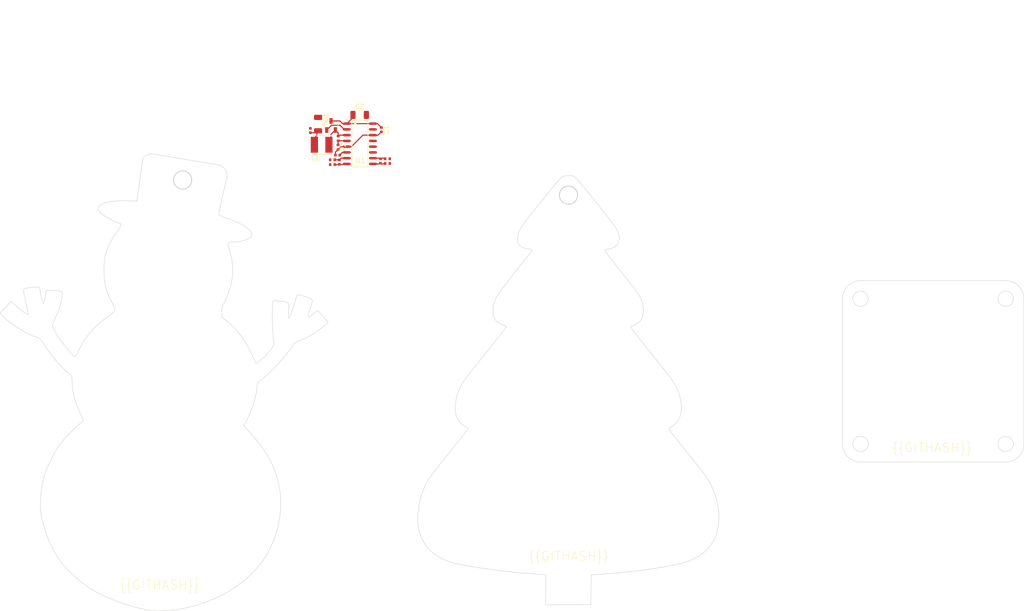
<source format=kicad_pcb>
(kicad_pcb (version 20221018) (generator pcbnew)
  (layers (0 "F.Cu" signal) (31 "B.Cu" signal) (34 "B.Paste" user) (35 "F.Paste" user) (36 "B.SilkS" user "B.Silkscreen") (37 "F.SilkS" user "F.Silkscreen") (38 "B.Mask" user) (39 "F.Mask" user) (44 "Edge.Cuts" user))
  (net 0 "")
  (net 1 "base")
  (net 2 "avdd")
  (net 3 "vcc")
  (net 4 "vfb")
  (net 5 "gnd")
  (net 6 "vbg")
  (net 7 "inna")
  (net 8 "inpa")
  (net 9 "rate")
  (net 10 "xo")
  (net 11 "dout")
  (net 12 "pd_sck")
  (net 13 "inpb")
  (net 14 "innb")
  (net 15 "n")
  (net 16 "p")
  (net 17 "n-1")
  (net 18 "p-1")
  (net 19 "vcc-1")
  (net 20 "gnd-1")
  (footprint "lib:C0402" (layer "F.Cu") (at 104.324839 44.703992 90)
    (fp_text reference "C4" hide)
    (fp_text value "Multilayer Ceramic Capacitors MLCC - SMD/SMT 100nF 10V 0402 RoHS")
  )
  (footprint "lib:R0402" (layer "F.Cu") (at 109.194505 52.211196)
    (fp_text reference "R3" hide)
    (fp_text value "Chip Resistor - Surface Mount 100Ohms ±5% 1/16W 0402 RoHS")
  )
  (footprint "lib:R0402" (layer "F.Cu") (at 109.191423 51.155328 180)
    (fp_text reference "R4" hide)
    (fp_text value "Chip Resistor - Surface Mount 100Ohms ±5% 1/16W 0402 RoHS")
  )
  (footprint "lib:R0402" (layer "F.Cu") (at 110.45411 46.449916 -90)
    (fp_text reference "R1" hide)
    (fp_text value "Chip Resistor - Surface Mount 20KOhms ±5% 1/16W 0402 RoHS")
  )
  (footprint "lib:C0402" (layer "F.Cu") (at 110.709695 51.682151 90)
    (fp_text reference "C5" hide)
    (fp_text value "Multilayer Ceramic Capacitors MLCC - SMD/SMT 100nF 10V 0402 RoHS")
  )
  (footprint "lib:C0402" (layer "F.Cu") (at 110.328878 50.114894 180)
    (fp_text reference "C7" hide)
    (fp_text value "Multilayer Ceramic Capacitors MLCC - SMD/SMT 100nF 10V 0402 RoHS")
  )
  (footprint "lib:R0402" (layer "F.Cu") (at 121.316279 51.972258)
    (fp_text reference "R6" hide)
    (fp_text value "Chip Resistor - Surface Mount 100Ohms ±5% 1/16W 0402 RoHS")
  )
  (footprint "lib:C0402" (layer "F.Cu") (at 119.781456 51.430067 -90)
    (fp_text reference "C6" hide)
    (fp_text value "Multilayer Ceramic Capacitors MLCC - SMD/SMT 100nF 10V 0402 RoHS")
  )
  (footprint "lib:SOT-23-3_L2.9-W1.3-P1.90-LS2.4-BR" (layer "F.Cu") (at 108.878057 43.594063 -90)
    (fp_text reference "Q1")
    (fp_text value "")
  )
  (footprint "lib:R0402" (layer "F.Cu") (at 121.313043 50.926506 180)
    (fp_text reference "R5" hide)
    (fp_text value "Chip Resistor - Surface Mount 100Ohms ±5% 1/16W 0402 RoHS")
  )
  (footprint "lib:ato-04ea3db2-4b2f-45a6-9113-aa1f8beaa754" (layer "F.Cu") (at 106.811753 47.84822 180)
    (fp_text reference "L1")
    (fp_text value "1.23A 3.3uH ±20% SMD  Power Inductors ROHS")
  )
  (footprint "lib:SOP-16_L10.0-W3.9-P1.27-LS6.0-BL" (layer "F.Cu") (at 115.24 47.63 -90)
    (fp_text reference "U1")
    (fp_text value "")
  )
  (footprint "lib:C1206" (layer "F.Cu") (at 115.193242 41.262747)
    (fp_text reference "C2")
    (fp_text value "Multilayer Ceramic Capacitors MLCC - SMD/SMT 10uF 16V 1206 RoHS")
  )
  (footprint "lib:C0402" (layer "F.Cu") (at 119.965942 44.521034 -90)
    (fp_text reference "C1")
    (fp_text value "Multilayer Ceramic Capacitors MLCC - SMD/SMT 100nF 10V 0402 RoHS")
  )
  (footprint "lib:C1206" (layer "F.Cu") (at 106.021376 43.29169 90)
    (fp_text reference "C3" hide)
    (fp_text value "Multilayer Ceramic Capacitors MLCC - SMD/SMT 10uF 16V 1206 RoHS")
  )
  (footprint "lib:R0402" (layer "F.Cu") (at 110.432545 48.375693 -90)
    (fp_text reference "R2")
    (fp_text value "Chip Resistor - Surface Mount 8.2KOhms ±5% 1/16W 0402 RoHS")
  )
  (gr_circle (center 225.62 81.79) (end 227.32 81.79) (stroke (width 0.1)) (fill none) (layer "Edge.Cuts"))
  (gr_circle (center 257.62 113.79) (end 259.32 113.79) (stroke (width 0.1)) (fill none) (layer "Edge.Cuts"))
  (gr_circle (center 257.62 81.79) (end 259.32 81.79) (stroke (width 0.1)) (fill none) (layer "Edge.Cuts"))
  (gr_poly (pts (xy 75.142222 50.797022) (xy 79.756606 51.568267) (xy 82.366969 51.99203) (xy 83.019066 52.095762) (xy 83.303876 52.146979) (xy 83.563537 52.198618) (xy 83.799806 52.251323) (xy 84.01444 52.305736) (xy 84.209196 52.362498) (xy 84.385831 52.422252) (xy 84.546102 52.485641) (xy 84.691766 52.553306) (xy 84.824581 52.62589) (xy 84.946303 52.704035) (xy 85.05869 52.788383) (xy 85.163499 52.879577) (xy 85.262486 52.978258) (xy 85.357409 53.08507) (xy 85.479286 53.234958) (xy 85.586233 53.378736) (xy 85.634185 53.44915) (xy 85.678498 53.519015) (xy 85.719202 53.588656) (xy 85.75633 53.658402) (xy 85.789911 53.728576) (xy 85.819976 53.799506) (xy 85.846558 53.871517) (xy 85.869686 53.944936) (xy 85.889392 54.020089) (xy 85.905707 54.097301) (xy 85.918662 54.176899) (xy 85.928287 54.259209) (xy 85.934615 54.344557) (xy 85.937675 54.433269) (xy 85.937499 54.525672) (xy 85.934119 54.62209) (xy 85.927564 54.722851) (xy 85.917866 54.82828) (xy 85.889166 55.054449) (xy 85.848266 55.303204) (xy 85.795414 55.577155) (xy 85.730859 55.878909) (xy 85.654849 56.211077) (xy 84.878546 59.55341) (xy 84.657875 60.550977) (xy 84.450892 61.532488) (xy 84.331406 62.116419) (xy 84.229648 62.629765) (xy 84.15639 63.017063) (xy 84.122409 63.222849) (xy 84.123062 63.236814) (xy 84.127967 63.251873) (xy 84.137065 63.268001) (xy 84.150302 63.285171) (xy 84.167619 63.303357) (xy 84.188962 63.322534) (xy 84.214273 63.342674) (xy 84.243497 63.363751) (xy 84.313454 63.408613) (xy 84.398381 63.456909) (xy 84.497828 63.50843) (xy 84.611342 63.562966) (xy 84.738473 63.620306) (xy 84.878767 63.680241) (xy 85.031775 63.742561) (xy 85.197043 63.807056) (xy 85.374121 63.873515) (xy 85.562558 63.94173) (xy 85.7619 64.011489) (xy 85.971698 64.082583) (xy 86.585981 64.296029) (xy 87.172975 64.516947) (xy 87.730729 64.744054) (xy 88.257293 64.976069) (xy 88.75072 65.211708) (xy 89.209058 65.449689) (xy 89.63036 65.68873) (xy 90.012676 65.927548) (xy 90.354056 66.16486) (xy 90.652552 66.399385) (xy 90.906214 66.629839) (xy 91.113092 66.85494) (xy 91.271238 67.073405) (xy 91.378702 67.283953) (xy 91.412819 67.385857) (xy 91.433535 67.485301) (xy 91.440605 67.582123) (xy 91.433787 67.676165) (xy 91.41712 67.753004) (xy 91.390362 67.829368) (xy 91.35383 67.905131) (xy 91.307839 67.980165) (xy 91.252707 68.054343) (xy 91.188749 68.12754) (xy 91.116281 68.199626) (xy 91.03562 68.270477) (xy 90.947082 68.339964) (xy 90.850984 68.407961) (xy 90.747641 68.47434) (xy 90.637371 68.538975) (xy 90.520488 68.601739) (xy 90.39731 68.662505) (xy 90.268153 68.721145) (xy 90.133332 68.777534) (xy 89.993165 68.831543) (xy 89.847967 68.883047) (xy 89.543745 68.978027) (xy 89.223197 69.06146) (xy 88.888852 69.132329) (xy 88.54324 69.189618) (xy 88.188892 69.232313) (xy 88.009232 69.24787) (xy 87.828337 69.259397) (xy 87.646523 69.266767) (xy 87.464106 69.269854) (xy 87.202959 69.272042) (xy 86.97453 69.277492) (xy 86.777472 69.288473) (xy 86.690288 69.296746) (xy 86.610443 69.307253) (xy 86.537768 69.320276) (xy 86.472096 69.3361) (xy 86.413258 69.355009) (xy 86.361087 69.377285) (xy 86.315414 69.403211) (xy 86.276071 69.433073) (xy 86.24289 69.467154) (xy 86.215703 69.505736) (xy 86.194342 69.549103) (xy 86.178638 69.59754) (xy 86.168424 69.65133) (xy 86.163532 69.710755) (xy 86.163793 69.776101) (xy 86.169039 69.847649) (xy 86.179102 69.925685) (xy 86.193814 70.010491) (xy 86.236514 70.20155) (xy 86.295792 70.423093) (xy 86.370304 70.677389) (xy 86.458705 70.966708) (xy 86.582128 71.384478) (xy 86.694998 71.803093) (xy 86.797211 72.221567) (xy 86.888665 72.638919) (xy 86.969257 73.054166) (xy 87.038885 73.466323) (xy 87.097447 73.874409) (xy 87.144838 74.277439) (xy 87.180958 74.674432) (xy 87.205702 75.064404) (xy 87.21897 75.446371) (xy 87.220657 75.819352) (xy 87.210662 76.182361) (xy 87.188881 76.534418) (xy 87.155212 76.874538) (xy 87.109553 77.201739) (xy 86.986123 77.871628) (xy 86.830027 78.558912) (xy 86.643845 79.255662) (xy 86.430157 79.953949) (xy 86.19154 80.645848) (xy 85.930575 81.323429) (xy 85.649841 81.978766) (xy 85.351916 82.60393) (xy 85.189192 82.938586) (xy 85.118752 83.093315) (xy 85.055229 83.240939) (xy 84.998352 83.382431) (xy 84.947849 83.518761) (xy 84.903447 83.650903) (xy 84.864875 83.779828) (xy 84.831859 83.906506) (xy 84.804129 84.031911) (xy 84.781412 84.157013) (xy 84.763435 84.282785) (xy 84.749927 84.410197) (xy 84.740615 84.540223) (xy 84.735228 84.673833) (xy 84.733493 84.811999) (xy 84.736223 85.129082) (xy 84.741369 85.261496) (xy 84.750575 85.379459) (xy 84.764997 85.485194) (xy 84.774524 85.534172) (xy 84.785789 85.580928) (xy 84.798934 85.625739) (xy 84.814106 85.668884) (xy 84.831447 85.710641) (xy 84.851104 85.751288) (xy 84.873219 85.791103) (xy 84.897937 85.830364) (xy 84.925403 85.869349) (xy 84.955761 85.908337) (xy 84.989155 85.947605) (xy 85.02573 85.987432) (xy 85.109 86.069873) (xy 85.206725 86.157886) (xy 85.320061 86.253696) (xy 85.598185 86.477602) (xy 86.096863 86.886277) (xy 86.577755 87.306529) (xy 87.04138 87.739064) (xy 87.488258 88.184586) (xy 87.918909 88.6438) (xy 88.333852 89.117412) (xy 88.733607 89.606125) (xy 89.118694 90.110646) (xy 89.489632 90.631678) (xy 89.846941 91.169927) (xy 90.19114 91.726098) (xy 90.52275 92.300895) (xy 90.84229 92.895024) (xy 91.150279 93.509189) (xy 91.447237 94.144095) (xy 91.733683 94.800448) (xy 91.84059 95.047283) (xy 91.945802 95.277558) (xy 92.046625 95.486234) (xy 92.140364 95.668271) (xy 92.224324 95.818627) (xy 92.295813 95.932265) (xy 92.326039 95.973739) (xy 92.352136 96.004143) (xy 92.373767 96.022848) (xy 92.382804 96.027616) (xy 92.390597 96.029223) (xy 92.399173 96.028006) (xy 92.410522 96.024397) (xy 92.441219 96.010237) (xy 92.482045 95.987221) (xy 92.53236 95.955824) (xy 92.591521 95.916524) (xy 92.658887 95.869798) (xy 92.815666 95.755976) (xy 92.997564 95.618173) (xy 93.199447 95.460204) (xy 93.416182 95.285885) (xy 93.642634 95.099032) (xy 93.891007 94.882848) (xy 94.141366 94.648628) (xy 94.390948 94.400061) (xy 94.636991 94.140836) (xy 94.87673 93.874641) (xy 95.107403 93.605164) (xy 95.326247 93.336095) (xy 95.530498 93.071122) (xy 95.717394 92.813933) (xy 95.884171 92.568218) (xy 96.028066 92.337665) (xy 96.146316 92.125962) (xy 96.236159 91.936798) (xy 96.294829 91.773863) (xy 96.311612 91.703383) (xy 96.319566 91.640844) (xy 96.318345 91.586706) (xy 96.307605 91.54143) (xy 96.264441 91.378418) (xy 96.221593 91.121805) (xy 96.138989 90.373142) (xy 96.064068 89.386161) (xy 96.001109 88.251583) (xy 95.954389 87.060129) (xy 95.928186 85.902519) (xy 95.926777 84.869474) (xy 95.95444 84.051714) (xy 96.07471 82.177477) (xy 97.36716 82.304781) (xy 98.13507 82.379263) (xy 98.441266 82.413109) (xy 98.700599 82.449744) (xy 98.916803 82.492956) (xy 99.009898 82.518212) (xy 99.09361 82.546534) (xy 99.168406 82.578395) (xy 99.234753 82.614268) (xy 99.293117 82.654627) (xy 99.343964 82.699946) (xy 99.387763 82.750698) (xy 99.424978 82.807357) (xy 99.456076 82.870396) (xy 99.481525 82.94029) (xy 99.501791 83.017511) (xy 99.51734 83.102533) (xy 99.536155 83.297877) (xy 99.541702 83.530109) (xy 99.537716 83.803018) (xy 99.51607 84.486025) (xy 99.501811 85.019341) (xy 99.495778 85.429631) (xy 99.49953 85.727933) (xy 99.505563 85.838537) (xy 99.514626 85.925284) (xy 99.526915 85.989553) (xy 99.542625 86.032723) (xy 99.551823 86.046828) (xy 99.56195 86.056175) (xy 99.573029 86.060938) (xy 99.585085 86.061289) (xy 99.612224 86.049443) (xy 99.643564 86.022019) (xy 99.679299 85.980395) (xy 99.719623 85.925951) (xy 99.770963 85.835961) (xy 99.83738 85.6921) (xy 100.00736 85.267042) (xy 100.213404 84.699332) (xy 100.439353 84.037526) (xy 100.669049 83.330178) (xy 100.886332 82.625845) (xy 101.075044 81.973082) (xy 101.219027 81.420443) (xy 101.232451 81.367288) (xy 101.246658 81.317349) (xy 101.261814 81.270604) (xy 101.278084 81.227032) (xy 101.295634 81.186611) (xy 101.314631 81.149321) (xy 101.33524 81.115138) (xy 101.357628 81.084043) (xy 101.381959 81.056013) (xy 101.4084 81.031027) (xy 101.437117 81.009064) (xy 101.468275 80.990102) (xy 101.502041 80.974119) (xy 101.538581 80.961095) (xy 101.578059 80.951007) (xy 101.620643 80.943835) (xy 101.666497 80.939556) (xy 101.715788 80.938149) (xy 101.768682 80.939594) (xy 101.825345 80.943867) (xy 101.885942 80.950949) (xy 101.950639 80.960817) (xy 102.019603 80.97345) (xy 102.092998 80.988826) (xy 102.170992 81.006924) (xy 102.253749 81.027723) (xy 102.434219 81.077337) (xy 102.635734 81.137495) (xy 102.859622 81.208025) (xy 103.581471 81.438726) (xy 103.868146 81.535185) (xy 104.108644 81.625316) (xy 104.212356 81.669476) (xy 104.305459 81.713816) (xy 104.388264 81.758923) (xy 104.461082 81.805384) (xy 104.524226 81.853787) (xy 104.578006 81.904719) (xy 104.622735 81.958768) (xy 104.658725 82.01652) (xy 104.686285 82.078563) (xy 104.705729 82.145484) (xy 104.717368 82.217871) (xy 104.721513 82.296311) (xy 104.718476 82.381392) (xy 104.708568 82.4737) (xy 104.692102 82.573823) (xy 104.669388 82.682348) (xy 104.606464 82.926954) (xy 104.522289 83.212218) (xy 104.300158 83.92351) (xy 104.076968 84.658354) (xy 103.993442 84.95378) (xy 103.929762 85.203046) (xy 103.886777 85.407528) (xy 103.865337 85.568604) (xy 103.862962 85.633296) (xy 103.866292 85.687652) (xy 103.875434 85.731846) (xy 103.890492 85.766049) (xy 103.911574 85.790433) (xy 103.938786 85.805172) (xy 103.972234 85.810436) (xy 104.012025 85.806398) (xy 104.058263 85.79323) (xy 104.111056 85.771105) (xy 104.236732 85.700671) (xy 104.3899 85.596472) (xy 104.571411 85.459887) (xy 105.02286 85.095065) (xy 105.918216 84.355181) (xy 106.388476 84.86751) (xy 106.496975 84.987739) (xy 106.625318 85.133369) (xy 106.92254 85.478508) (xy 107.242155 85.858286) (xy 107.546176 86.22806) (xy 108.2336 87.076296) (xy 106.72333 88.254687) (xy 106.031007 88.783192) (xy 105.392025 89.245391) (xy 105.089314 89.453516) (xy 104.796071 89.647331) (xy 104.511007 89.827593) (xy 104.232833 89.995056) (xy 103.960259 90.150478) (xy 103.691998 90.294613) (xy 103.426759 90.428217) (xy 103.163254 90.552046) (xy 102.900193 90.666855) (xy 102.636288 90.773401) (xy 102.370249 90.872439) (xy 102.100787 90.964724) (xy 101.955978 91.013649) (xy 101.818902 91.062832) (xy 101.689432 91.112348) (xy 101.567439 91.162273) (xy 101.452795 91.212683) (xy 101.345371 91.263651) (xy 101.245039 91.315254) (xy 101.151671 91.367567) (xy 101.065138 91.420665) (xy 100.985313 91.474624) (xy 100.912065 91.529517) (xy 100.845269 91.585421) (xy 100.784794 91.642412) (xy 100.730512 91.700563) (xy 100.682296 91.759951) (xy 100.640017 91.82065) (xy 100.313962 92.312951) (xy 99.958065 92.82026) (xy 99.575318 93.339289) (xy 99.168711 93.866747) (xy 98.741234 94.399346) (xy 98.295878 94.933795) (xy 97.835635 95.466804) (xy 97.363494 95.995083) (xy 96.882446 96.515343) (xy 96.395482 97.024295) (xy 95.905593 97.518647) (xy 95.415769 97.995111) (xy 94.929002 98.450396) (xy 94.44828 98.881213) (xy 93.976596 99.284272) (xy 93.51694 99.656283) (xy 93.364132 99.777198) (xy 93.228349 99.887118) (xy 93.108601 99.987555) (xy 93.003899 100.080022) (xy 92.913256 100.166032) (xy 92.835682 100.247098) (xy 92.770188 100.324733) (xy 92.741662 100.362737) (xy 92.715786 100.40045) (xy 92.692435 100.438062) (xy 92.671487 100.475762) (xy 92.652817 100.513738) (xy 92.636302 100.552181) (xy 92.621819 100.591279) (xy 92.609244 100.631221) (xy 92.589322 100.714395) (xy 92.575548 100.803215) (xy 92.566934 100.899195) (xy 92.56249 101.003847) (xy 92.561229 101.118685) (xy 92.548214 101.459191) (xy 92.510172 101.840399) (xy 92.448603 102.257479) (xy 92.365007 102.705605) (xy 92.260885 103.179948) (xy 92.137739 103.675679) (xy 91.997068 104.187971) (xy 91.840373 104.711996) (xy 91.669155 105.242926) (xy 91.484915 105.775933) (xy 91.289154 106.306188) (xy 91.083372 106.828864) (xy 90.86907 107.339132) (xy 90.647749 107.832164) (xy 90.420909 108.303133) (xy 90.190051 108.74721) (xy 89.658061 109.729433) (xy 90.799319 111.025652) (xy 91.552256 111.894452) (xy 92.247519 112.726345) (xy 92.887901 113.52649) (xy 93.476195 114.300047) (xy 94.015193 115.052178) (xy 94.507688 115.788042) (xy 94.956473 116.5128) (xy 95.364341 117.231612) (xy 95.734083 117.949638) (xy 96.068493 118.672038) (xy 96.370364 119.403974) (xy 96.642488 120.150605) (xy 96.887657 120.917091) (xy 97.108665 121.708593) (xy 97.308304 122.530271) (xy 97.489367 123.387286) (xy 97.659586 124.435519) (xy 97.764545 125.512723) (xy 97.805707 126.613102) (xy 97.784533 127.73086) (xy 97.702485 128.860202) (xy 97.561026 129.995332) (xy 97.361618 131.130454) (xy 97.105722 132.259774) (xy 96.794801 133.377494) (xy 96.430316 134.47782) (xy 96.01373 135.554956) (xy 95.546505 136.603107) (xy 95.030102 137.616476) (xy 94.465984 138.589268) (xy 93.855613 139.515689) (xy 93.20045 140.389941) (xy 92.386005 141.350273) (xy 91.510226 142.273552) (xy 90.576227 143.158109) (xy 89.587122 144.002278) (xy 88.546024 144.80439) (xy 87.456048 145.562779) (xy 86.320308 146.275777) (xy 85.141916 146.941716) (xy 83.923988 147.558929) (xy 82.669636 148.125749) (xy 81.381976 148.640508) (xy 80.06412 149.101539) (xy 78.719182 149.507174) (xy 77.350277 149.855747) (xy 75.960518 150.145589) (xy 74.553019 150.375033) (xy 73.862872 150.459306) (xy 73.131633 150.525975) (xy 72.383923 150.574372) (xy 71.644361 150.603827) (xy 70.93757 150.613671) (xy 70.288169 150.603235) (xy 69.720779 150.57185) (xy 69.475532 150.548093) (xy 69.26002 150.518847) (xy 69.260051 150.518832) (xy 67.831835 150.262486) (xy 66.416949 149.953785) (xy 65.016193 149.592984) (xy 63.630368 149.180338) (xy 62.260274 148.716103) (xy 60.90671 148.200532) (xy 59.570477 147.633881) (xy 58.252375 147.016405) (xy 57.283074 146.528505) (xy 56.847829 146.298277) (xy 56.438641 146.072324) (xy 56.050351 145.846994) (xy 55.6778 145.618633) (xy 55.315827 145.383588) (xy 54.959273 145.138205) (xy 54.602979 144.87883) (xy 54.241783 144.601811) (xy 53.870528 144.303492) (xy 53.484054 143.980222) (xy 52.644807 143.244211) (xy 51.682765 142.36455) (xy 51.097036 141.804159) (xy 50.54538 141.238954) (xy 50.025658 140.665073) (xy 49.535731 140.078649) (xy 49.07346 139.475819) (xy 48.636705 138.852719) (xy 48.223328 138.205483) (xy 47.831189 137.530249) (xy 47.458149 136.823151) (xy 47.10207 136.080325) (xy 46.760812 135.297907) (xy 46.432236 134.472032) (xy 46.114202 133.598836) (xy 45.804573 132.674455) (xy 45.501208 131.695024) (xy 45.201968 130.656679) (xy 45.078569 130.147371) (xy 44.978794 129.594224) (xy 44.90231 129.00242) (xy 44.848785 128.377144) (xy 44.817886 127.723579) (xy 44.809281 127.046907) (xy 44.822637 126.352311) (xy 44.857621 125.644974) (xy 44.913901 124.93008) (xy 44.991145 124.212811) (xy 45.089019 123.498351) (xy 45.207191 122.791883) (xy 45.345328 122.098589) (xy 45.503099 121.423652) (xy 45.68017 120.772256) (xy 45.876208 120.149584) (xy 46.005143 119.787909) (xy 46.154924 119.401263) (xy 46.508073 118.570286) (xy 46.917749 117.69111) (xy 47.366047 116.79819) (xy 47.83506 115.92598) (xy 48.306883 115.108937) (xy 48.76361 114.381515) (xy 48.980717 114.062179) (xy 49.187335 113.77817) (xy 49.387433 113.519297) (xy 49.599256 113.255538) (xy 50.056372 112.715109) (xy 50.555279 112.160374) (xy 51.092575 111.594824) (xy 51.664855 111.021952) (xy 52.268718 110.445248) (xy 52.900758 109.868205) (xy 53.557574 109.294314) (xy 54.329783 108.634142) (xy 53.616031 107.110232) (xy 53.390001 106.6154) (xy 53.179365 106.128819) (xy 52.984012 105.650049) (xy 52.803829 105.178652) (xy 52.638704 104.71419) (xy 52.488525 104.256224) (xy 52.353181 103.804315) (xy 52.232559 103.358025) (xy 52.126547 102.916915) (xy 52.035034 102.480548) (xy 51.957906 102.048484) (xy 51.895053 101.620284) (xy 51.846363 101.195511) (xy 51.811722 100.773726) (xy 51.79102 100.35449) (xy 51.784144 99.937365) (xy 51.780657 99.620612) (xy 51.776007 99.482669) (xy 51.769161 99.357285) (xy 51.759927 99.243666) (xy 51.748111 99.141014) (xy 51.733519 99.048534) (xy 51.715958 98.96543) (xy 51.695233 98.890904) (xy 51.671153 98.824161) (xy 51.643523 98.764406) (xy 51.612149 98.71084) (xy 51.576839 98.662669) (xy 51.537399 98.619096) (xy 51.493635 98.579325) (xy 51.445353 98.542559) (xy 51.149902 98.324092) (xy 50.839064 98.073347) (xy 50.514896 97.792628) (xy 50.179453 97.484238) (xy 49.834791 97.150482) (xy 49.482966 96.793665) (xy 49.126033 96.41609) (xy 48.766047 96.020062) (xy 48.405065 95.607885) (xy 48.045142 95.181864) (xy 47.688333 94.744302) (xy 47.336694 94.297504) (xy 46.992281 93.843774) (xy 46.657149 93.385417) (xy 46.333354 92.924737) (xy 46.022952 92.464037) (xy 45.611719 91.844971) (xy 45.279782 91.362091) (xy 45.137757 91.165551) (xy 45.008606 90.995655) (xy 44.89001 90.849933) (xy 44.779654 90.725918) (xy 44.675221 90.621143) (xy 44.574392 90.533138) (xy 44.474852 90.459437) (xy 44.374284 90.397571) (xy 44.27037 90.345073) (xy 44.160793 90.299474) (xy 44.043237 90.258307) (xy 43.915385 90.219103) (xy 43.593888 90.117525) (xy 43.255864 89.996009) (xy 42.903268 89.855657) (xy 42.538058 89.697573) (xy 42.162189 89.522858) (xy 41.777618 89.332616) (xy 41.386301 89.127951) (xy 40.990194 88.909964) (xy 40.591254 88.679759) (xy 40.191438 88.438438) (xy 39.792701 88.187105) (xy 39.396999 87.926862) (xy 39.00629 87.658812) (xy 38.622529 87.384058) (xy 38.247673 87.103703) (xy 37.883677 86.81885) (xy 37.49456 86.502783) (xy 37.131548 86.199554) (xy 36.802586 85.916398) (xy 36.515619 85.660548) (xy 36.278593 85.439239) (xy 36.099452 85.259705) (xy 36.034071 85.187865) (xy 35.986141 85.129182) (xy 35.956654 85.08456) (xy 35.946605 85.054903) (xy 35.948192 85.042433) (xy 35.952903 85.026953) (xy 35.971384 84.987332) (xy 36.001425 84.936776) (xy 36.042403 84.876021) (xy 36.093695 84.805804) (xy 36.154681 84.726859) (xy 36.224736 84.639924) (xy 36.303239 84.545735) (xy 36.389567 84.445026) (xy 36.483097 84.338536) (xy 36.689276 84.11115) (xy 36.916796 83.869466) (xy 37.037003 83.745102) (xy 37.160678 83.619372) (xy 38.374759 82.395922) (xy 39.365809 83.301684) (xy 39.814301 83.698656) (xy 40.266196 84.075272) (xy 40.704205 84.419302) (xy 41.111041 84.718514) (xy 41.469414 84.960676) (xy 41.625024 85.056541) (xy 41.762035 85.133557) (xy 41.878286 85.190195) (xy 41.971615 85.224926) (xy 42.039863 85.236222) (xy 42.063905 85.232603) (xy 42.080867 85.222552) (xy 42.085566 85.215268) (xy 42.089233 85.203934) (xy 42.093537 85.169549) (xy 42.093921 85.120268) (xy 42.090523 85.056964) (xy 42.083485 84.98051) (xy 42.072948 84.891778) (xy 42.059051 84.79164) (xy 42.041937 84.68097) (xy 41.998614 84.43152) (xy 41.944105 84.150408) (xy 41.879534 83.844615) (xy 41.806025 83.52112) (xy 41.578977 82.541169) (xy 41.399614 81.732306) (xy 41.265507 81.079136) (xy 41.174225 80.56626) (xy 41.123338 80.17828) (xy 41.112283 80.026315) (xy 41.110416 79.899799) (xy 41.117432 79.796809) (xy 41.133029 79.71542) (xy 41.156901 79.653706) (xy 41.188746 79.609743) (xy 41.213078 79.592846) (xy 41.252556 79.575085) (xy 41.372962 79.537437) (xy 41.541984 79.497733) (xy 41.751641 79.456905) (xy 42.26094 79.37561) (xy 42.837013 79.301016) (xy 43.416018 79.240586) (xy 43.934111 79.201782) (xy 44.150364 79.192822) (xy 44.327447 79.192067) (xy 44.45738 79.20045) (xy 44.532183 79.218905) (xy 44.538527 79.223215) (xy 44.545097 79.229471) (xy 44.551878 79.23762) (xy 44.558855 79.247608) (xy 44.573336 79.272888) (xy 44.588416 79.304879) (xy 44.603974 79.343154) (xy 44.619887 79.387282) (xy 44.636031 79.436835) (xy 44.652284 79.491383) (xy 44.668525 79.550496) (xy 44.684629 79.613746) (xy 44.700475 79.680703) (xy 44.715939 79.750937) (xy 44.7309 79.82402) (xy 44.745234 79.899521) (xy 44.75882 79.977012) (xy 44.771533 80.056063) (xy 44.946351 81.130774) (xy 45.025944 81.564983) (xy 45.101061 81.931234) (xy 45.172253 82.230134) (xy 45.24007 82.462288) (xy 45.305063 82.628302) (xy 45.336673 82.686696) (xy 45.367783 82.728781) (xy 45.398463 82.754634) (xy 45.428781 82.764331) (xy 45.458807 82.757947) (xy 45.488608 82.735557) (xy 45.518254 82.697238) (xy 45.547814 82.643066) (xy 45.606951 82.487462) (xy 45.666568 82.269351) (xy 45.727218 81.98934) (xy 45.78945 81.648032) (xy 45.853816 81.246035) (xy 46.055377 79.918581) (xy 47.417926 79.96628) (xy 48.109143 79.993687) (xy 48.392021 80.009194) (xy 48.636741 80.027435) (xy 48.846051 80.049559) (xy 49.022696 80.076715) (xy 49.169424 80.110051) (xy 49.288982 80.150717) (xy 49.339431 80.174158) (xy 49.384117 80.199861) (xy 49.423385 80.227972) (xy 49.457577 80.258632) (xy 49.487036 80.291987) (xy 49.512107 80.32818) (xy 49.533132 80.367353) (xy 49.550455 80.409652) (xy 49.575367 80.504197) (xy 49.589592 80.612965) (xy 49.595876 80.737105) (xy 49.596965 80.877764) (xy 49.590289 81.099803) (xy 49.571905 81.336737) (xy 49.542029 81.587807) (xy 49.500879 81.852253) (xy 49.448672 82.129318) (xy 49.385623 82.418243) (xy 49.311951 82.718269) (xy 49.227873 83.028637) (xy 49.133604 83.34859) (xy 49.029362 83.677367) (xy 48.915364 84.014212) (xy 48.791827 84.358364) (xy 48.658967 84.709065) (xy 48.517002 85.065558) (xy 48.366148 85.427082) (xy 48.206622 85.792879) (xy 47.949769 86.374791) (xy 47.755997 86.832451) (xy 47.68104 87.021721) (xy 47.619784 87.188367) (xy 47.571537 87.335205) (xy 47.535609 87.465048) (xy 47.511311 87.580709) (xy 47.497952 87.685002) (xy 47.494842 87.78074) (xy 47.501291 87.870737) (xy 47.516609 87.957807) (xy 47.540106 88.044763) (xy 47.571091 88.134418) (xy 47.608874 88.229586) (xy 47.761079 88.551834) (xy 47.975096 88.939463) (xy 48.241913 89.380584) (xy 48.55252 89.863307) (xy 49.269066 90.905997) (xy 50.052651 91.972411) (xy 50.831193 92.967426) (xy 51.196047 93.408433) (xy 51.532609 93.795921) (xy 51.831869 94.117998) (xy 52.084818 94.362774) (xy 52.282443 94.518359) (xy 52.357694 94.558989) (xy 52.415736 94.572863) (xy 52.426811 94.571375) (xy 52.439084 94.56696) (xy 52.452509 94.559691) (xy 52.467041 94.549641) (xy 52.482633 94.536883) (xy 52.499239 94.521489) (xy 52.516813 94.503532) (xy 52.535309 94.483086) (xy 52.574881 94.435018) (xy 52.617586 94.377866) (xy 52.663055 94.312214) (xy 52.710918 94.238646) (xy 52.760808 94.157745) (xy 52.812354 94.070093) (xy 52.865187 93.976276) (xy 52.918939 93.876875) (xy 52.97324 93.772474) (xy 53.02772 93.663657) (xy 53.082012 93.551007) (xy 53.135745 93.435107) (xy 53.405424 92.869327) (xy 53.69623 92.311615) (xy 54.007442 91.76282) (xy 54.338342 91.223792) (xy 54.688208 90.695381) (xy 55.05632 90.178436) (xy 55.441958 89.673808) (xy 55.844402 89.182347) (xy 56.262932 88.704901) (xy 56.696828 88.242322) (xy 57.145369 87.795459) (xy 57.607836 87.365163) (xy 58.083508 86.952281) (xy 58.571665 86.557666) (xy 59.071586 86.182166) (xy 59.582553 85.826632) (xy 59.914962 85.598282) (xy 60.214172 85.3804) (xy 60.477869 85.17504) (xy 60.595674 85.077698) (xy 60.703732 84.984257) (xy 60.801753 84.894974) (xy 60.889447 84.810106) (xy 60.966524 84.72991) (xy 61.032694 84.654642) (xy 61.087669 84.584559) (xy 61.131158 84.519919) (xy 61.162872 84.460977) (xy 61.182521 84.407992) (xy 61.189444 84.378526) (xy 61.194656 84.347449) (xy 61.198136 84.314702) (xy 61.199864 84.280227) (xy 61.197977 84.205863) (xy 61.188829 84.123892) (xy 61.172254 84.033852) (xy 61.148084 83.935279) (xy 61.116154 83.82771) (xy 61.076297 83.71068) (xy 61.028345 83.583727) (xy 60.972134 83.446388) (xy 60.907495 83.298197) (xy 60.834263 83.138693) (xy 60.75227 82.967412) (xy 60.661351 82.783889) (xy 60.561339 82.587662) (xy 60.452067 82.378268) (xy 60.237971 81.961359) (xy 60.041673 81.555601) (xy 59.862568 81.158484) (xy 59.700049 80.767498) (xy 59.553508 80.380135) (xy 59.422339 79.993885) (xy 59.305935 79.60624) (xy 59.203689 79.21469) (xy 59.114995 78.816725) (xy 59.039245 78.409838) (xy 58.975833 77.991518) (xy 58.924151 77.559256) (xy 58.883594 77.110544) (xy 58.853553 76.642872) (xy 58.833423 76.153731) (xy 58.822596 75.640612) (xy 58.82378 75.019765) (xy 58.843433 74.425285) (xy 58.882591 73.854032) (xy 58.942291 73.302869) (xy 59.023569 72.768658) (xy 59.127459 72.248262) (xy 59.255 71.738542) (xy 59.407225 71.236361) (xy 59.585172 70.73858) (xy 59.789877 70.242062) (xy 60.022374 69.743669) (xy 60.283701 69.240263) (xy 60.574893 68.728705) (xy 60.896986 68.205859) (xy 61.251015 67.668586) (xy 61.638018 67.113749) (xy 61.84244 66.825076) (xy 62.020375 66.566593) (xy 62.17201 66.336298) (xy 62.29753 66.132187) (xy 62.397121 65.95226) (xy 62.470968 65.794512) (xy 62.498296 65.72333) (xy 62.519258 65.656942) (xy 62.533877 65.595098) (xy 62.542176 65.537547) (xy 62.544179 65.484039) (xy 62.539908 65.434323) (xy 62.529387 65.388151) (xy 62.512639 65.34527) (xy 62.489688 65.305431) (xy 62.460556 65.268384) (xy 62.425267 65.233878) (xy 62.383844 65.201662) (xy 62.33631 65.171487) (xy 62.282689 65.143103) (xy 62.157276 65.090703) (xy 62.007792 65.042459) (xy 61.834422 64.996371) (xy 61.657986 64.943069) (xy 61.445562 64.862593) (xy 61.203024 64.758325) (xy 60.93625 64.633653) (xy 60.353499 64.336631) (xy 59.744319 63.998608) (xy 59.155721 63.646664) (xy 58.634716 63.307879) (xy 58.414252 63.151884) (xy 58.228316 63.009334) (xy 58.082783 62.883614) (xy 57.983531 62.778109) (xy 57.869943 62.622242) (xy 57.777351 62.470362) (xy 57.705558 62.322559) (xy 57.654369 62.178917) (xy 57.623588 62.039526) (xy 57.613018 61.904471) (xy 57.622463 61.773839) (xy 57.651728 61.647718) (xy 57.700616 61.526195) (xy 57.768931 61.409356) (xy 57.856477 61.297289) (xy 57.963058 61.190081) (xy 58.088479 61.087819) (xy 58.232542 60.99059) (xy 58.395052 60.89848) (xy 58.575812 60.811578) (xy 58.774627 60.72997) (xy 58.991301 60.653743) (xy 59.225638 60.582984) (xy 59.477441 60.51778) (xy 59.746514 60.458218) (xy 60.032661 60.404385) (xy 60.335687 60.356369) (xy 60.655395 60.314256) (xy 60.991589 60.278134) (xy 61.344073 60.248089) (xy 61.712651 60.224208) (xy 62.097127 60.20658) (xy 62.497305 60.195289) (xy 62.912988 60.190424) (xy 63.343981 60.192072) (xy 63.790088 60.20032) (xy 66.056857 60.258219) (xy 66.273486 58.80189) (xy 66.542465 56.891029) (xy 66.884944 54.341891) (xy 67.190183 52.053843) (xy 67.248082 51.679802) (xy 67.303557 51.37005) (xy 67.359078 51.117137) (xy 67.417116 50.913616) (xy 67.48014 50.752035) (xy 67.55062 50.624945) (xy 67.631027 50.524898) (xy 67.72383 50.444442) (xy 67.831501 50.37613) (xy 67.956508 50.312512) (xy 68.268412 50.169558) (xy 69.100734 49.778315)) (stroke (width 0.1)) (fill none) (layer "Edge.Cuts"))
  (gr_arc (start 261.62 113.79) (mid 260.448427 116.618427) (end 257.62 117.79) (stroke (width 0.1)) (layer "Edge.Cuts"))
  (gr_arc (start 225.62 117.79) (mid 222.791573 116.618427) (end 221.62 113.79) (stroke (width 0.1)) (layer "Edge.Cuts"))
  (gr_line (start 261.62 113.79) (end 261.62 81.79) (stroke (width 0.1)) (layer "Edge.Cuts"))
  (gr_circle (center 161.229974 58.946031) (end 163.229974 58.946031) (stroke (width 0.2)) (fill none) (layer "Edge.Cuts"))
  (gr_line (start 221.62 81.79) (end 221.62 113.79) (stroke (width 0.1)) (layer "Edge.Cuts"))
  (gr_arc (start 257.62 77.79) (mid 260.448427 78.961573) (end 261.62 81.79) (stroke (width 0.1)) (layer "Edge.Cuts"))
  (gr_poly (pts (xy 161.429183 54.643361) (xy 161.588699 54.648976) (xy 161.743405 54.660128) (xy 161.8913 54.67685) (xy 162.030385 54.699174) (xy 162.158659 54.727132) (xy 162.274122 54.760758) (xy 162.374774 54.800082) (xy 162.418214 54.822065) (xy 162.465501 54.850416) (xy 162.517128 54.885713) (xy 162.573587 54.928531) (xy 162.702967 55.039035) (xy 162.857578 55.186538) (xy 163.041357 55.37565) (xy 163.258241 55.610981) (xy 163.512165 55.897139) (xy 163.807067 56.238735) (xy 164.146884 56.640378) (xy 164.53555 57.106678) (xy 164.977005 57.642244) (xy 165.475183 58.251687) (xy 166.657456 59.710639) (xy 168.113864 61.520411) (xy 169.490282 63.25197) (xy 170.562092 64.650979) (xy 170.993296 65.243203) (xy 171.359779 65.7732) (xy 171.665351 66.247941) (xy 171.913823 66.674396) (xy 172.109006 67.059535) (xy 172.254708 67.41033) (xy 172.354741 67.733749) (xy 172.412915 68.036764) (xy 172.433041 68.326344) (xy 172.418927 68.609461) (xy 172.374385 68.893084) (xy 172.303226 69.184183) (xy 172.274597 69.278158) (xy 172.242 69.369887) (xy 172.205507 69.459324) (xy 172.165188 69.546423) (xy 172.121114 69.631137) (xy 172.073357 69.713419) (xy 172.021987 69.793223) (xy 171.967076 69.870502) (xy 171.908694 69.945208) (xy 171.846914 70.017296) (xy 171.781806 70.08672) (xy 171.71344 70.153431) (xy 171.641889 70.217383) (xy 171.567223 70.278531) (xy 171.489513 70.336826) (xy 171.408831 70.392223) (xy 171.325247 70.444674) (xy 171.238833 70.494134) (xy 171.14966 70.540554) (xy 171.057799 70.58389) (xy 170.96332 70.624093) (xy 170.866295 70.661118) (xy 170.766796 70.694917) (xy 170.664893 70.725444) (xy 170.560657 70.752652) (xy 170.45416 70.776495) (xy 170.345472 70.796926) (xy 170.234664 70.813898) (xy 170.121809 70.827364) (xy 170.006976 70.837278) (xy 169.890237 70.843593) (xy 169.771663 70.846262) (xy 169.726607 70.847177) (xy 169.681188 70.849133) (xy 169.590479 70.855957) (xy 169.501974 70.8663) (xy 169.418107 70.879728) (xy 169.378675 70.887463) (xy 169.341315 70.895806) (xy 169.306334 70.904703) (xy 169.274034 70.9141) (xy 169.244721 70.923942) (xy 169.218699 70.934176) (xy 169.196272 70.944746) (xy 169.177745 70.955599) (xy 169.171643 70.965792) (xy 169.172154 70.983757) (xy 169.17922 71.009417) (xy 169.192785 71.042693) (xy 169.239181 71.131786) (xy 169.310885 71.250417) (xy 169.407439 71.397965) (xy 169.528385 71.573811) (xy 169.673265 71.777334) (xy 169.841623 72.007915) (xy 170.246938 72.547768) (xy 170.740668 73.18841) (xy 171.319154 73.924882) (xy 171.978732 74.752222) (xy 174.641332 78.093405) (xy 175.537111 79.246786) (xy 176.200008 80.134787) (xy 176.673118 80.816979) (xy 176.99954 81.352933) (xy 177.222371 81.802218) (xy 177.384708 82.224406) (xy 177.462833 82.472098) (xy 177.531331 82.72855) (xy 177.59016 82.991701) (xy 177.639284 83.259489) (xy 177.678662 83.529854) (xy 177.708257 83.800735) (xy 177.728028 84.070071) (xy 177.737937 84.335802) (xy 177.737946 84.595867) (xy 177.728014 84.848205) (xy 177.708104 85.090755) (xy 177.678176 85.321456) (xy 177.638191 85.538248) (xy 177.588111 85.739069) (xy 177.527896 85.92186) (xy 177.457507 86.084559) (xy 177.391656 86.207668) (xy 177.318059 86.327563) (xy 177.236853 86.444134) (xy 177.148173 86.557272) (xy 177.052156 86.666869) (xy 176.948938 86.772814) (xy 176.838657 86.874999) (xy 176.721448 86.973315) (xy 176.597448 87.067652) (xy 176.466794 87.157903) (xy 176.32962 87.243956) (xy 176.186065 87.325705) (xy 176.036265 87.403039) (xy 175.880355 87.475849) (xy 175.718473 87.544027) (xy 175.550754 87.607462) (xy 175.482045 87.632835) (xy 175.415483 87.658969) (xy 175.351405 87.685667) (xy 175.290146 87.712731) (xy 175.23204 87.739963) (xy 175.177423 87.767164) (xy 175.126631 87.794136) (xy 175.079997 87.820681) (xy 175.037859 87.846601) (xy 175.00055 87.871698) (xy 174.968407 87.895773) (xy 174.941764 87.918629) (xy 174.920956 87.940066) (xy 174.90632 87.959888) (xy 174.898189 87.977896) (xy 174.896668 87.986157) (xy 174.8969 87.993891) (xy 174.922027 88.037315) (xy 174.991394 88.135797) (xy 175.25375 88.486297) (xy 176.209258 89.720013) (xy 177.617844 91.508896) (xy 179.333926 93.666804) (xy 181.092323 95.879526) (xy 182.616098 97.817656) (xy 183.742073 99.272256) (xy 184.307071 100.034388) (xy 184.515284 100.360502) (xy 184.7117 100.694247) (xy 184.896111 101.034954) (xy 185.068309 101.381957) (xy 185.228084 101.734588) (xy 185.375229 102.092181) (xy 185.509535 102.454068) (xy 185.630794 102.819582) (xy 185.738797 103.188056) (xy 185.833335 103.558822) (xy 185.914201 103.931214) (xy 185.981186 104.304563) (xy 186.034081 104.678204) (xy 186.072678 105.051468) (xy 186.096768 105.423689) (xy 186.106143 105.794199) (xy 186.105091 106.172735) (xy 186.095928 106.491761) (xy 186.087599 106.633067) (xy 186.076394 106.764426) (xy 186.062032 106.887483) (xy 186.044229 107.003882) (xy 186.022703 107.115265) (xy 185.997171 107.223277) (xy 185.967351 107.329562) (xy 185.932961 107.435763) (xy 185.893716 107.543524) (xy 185.849336 107.654488) (xy 185.744037 107.892603) (xy 185.654537 108.079442) (xy 185.563285 108.257402) (xy 185.469989 108.426825) (xy 185.374358 108.588053) (xy 185.276102 108.741425) (xy 185.174928 108.887283) (xy 185.070547 109.025968) (xy 184.962667 109.15782) (xy 184.850997 109.283181) (xy 184.735246 109.402392) (xy 184.615122 109.515794) (xy 184.490336 109.623727) (xy 184.360596 109.726532) (xy 184.22561 109.824551) (xy 184.085088 109.918125) (xy 183.938739 110.007593) (xy 183.810996 110.084401) (xy 183.691836 110.159793) (xy 183.583867 110.231854) (xy 183.489696 110.298666) (xy 183.41193 110.358313) (xy 183.380014 110.384851) (xy 183.353176 110.408878) (xy 183.331744 110.430155) (xy 183.316042 110.448443) (xy 183.306397 110.463502) (xy 183.303947 110.469746) (xy 183.303134 110.475092) (xy 183.318272 110.503511) (xy 183.362609 110.567965) (xy 183.532916 110.797359) (xy 183.802115 111.148045) (xy 184.158269 111.604794) (xy 185.08369 112.775559) (xy 186.213672 114.187815) (xy 189.362188 118.120691) (xy 190.402126 119.447898) (xy 191.169656 120.462983) (xy 191.727633 121.251467) (xy 192.13891 121.898876) (xy 192.466342 122.490732) (xy 192.772785 123.112559) (xy 193.051147 123.726705) (xy 193.303988 124.346147) (xy 193.531154 124.969731) (xy 193.732492 125.596305) (xy 193.907848 126.224716) (xy 194.05707 126.853811) (xy 194.180003 127.482437) (xy 194.276494 128.109442) (xy 194.346391 128.733673) (xy 194.389538 129.353977) (xy 194.405784 129.969202) (xy 194.394974 130.578194) (xy 194.356955 131.1798) (xy 194.291575 131.772869) (xy 194.198678 132.356247) (xy 194.078113 132.928782) (xy 193.929544 133.476781) (xy 193.74781 134.009233) (xy 193.533455 134.525547) (xy 193.287022 135.025131) (xy 193.009057 135.507395) (xy 192.700103 135.971748) (xy 192.360704 136.4176) (xy 191.991405 136.844359) (xy 191.592749 137.251434) (xy 191.165282 137.638235) (xy 190.709547 138.004171) (xy 190.226087 138.348651) (xy 189.715449 138.671084) (xy 189.178175 138.970879) (xy 188.61481 139.247446) (xy 188.025897 139.500193) (xy 187.387382 139.730873) (xy 186.62691 139.962173) (xy 185.752713 140.192844) (xy 184.773022 140.421641) (xy 182.530085 140.868622) (xy 179.96395 141.293139) (xy 177.140466 141.685214) (xy 174.125485 142.034872) (xy 170.984858 142.332135) (xy 167.784435 142.567026) (xy 166.231372 142.664027) (xy 166.19247 145.936793) (xy 166.153667 149.209559) (xy 161.14812 149.247553) (xy 156.142551 149.285548) (xy 156.211231 145.955256) (xy 156.23825 144.264273) (xy 156.238691 143.682086) (xy 156.22939 143.24944) (xy 156.209575 142.946836) (xy 156.195482 142.838207) (xy 156.178471 142.754778) (xy 156.158445 142.69411) (xy 156.135307 142.653767) (xy 156.108961 142.631312) (xy 156.079311 142.624308) (xy 155.214992 142.57575) (xy 153.588337 142.458798) (xy 151.746032 142.31468) (xy 150.23476 142.184626) (xy 147.951424 141.950142) (xy 145.645248 141.676286) (xy 143.382545 141.373503) (xy 141.229626 141.052239) (xy 139.252805 140.722941) (xy 137.518395 140.396054) (xy 136.092708 140.082025) (xy 135.042056 139.7913) (xy 134.381421 139.556594) (xy 133.752014 139.295735) (xy 133.153989 139.00888) (xy 132.587501 138.696185) (xy 132.052705 138.357807) (xy 131.549756 137.993902) (xy 131.078809 137.604627) (xy 130.64002 137.190138) (xy 130.233542 136.750592) (xy 129.859531 136.286146) (xy 129.518141 135.796955) (xy 129.209529 135.283176) (xy 128.933847 134.744967) (xy 128.691252 134.182482) (xy 128.481899 133.59588) (xy 128.305942 132.985316) (xy 128.169056 132.349397) (xy 128.072975 131.677754) (xy 128.016707 130.975694) (xy 127.999256 130.248525) (xy 128.019631 129.501555) (xy 128.076838 128.740093) (xy 128.169883 127.969445) (xy 128.297773 127.19492) (xy 128.459515 126.421826) (xy 128.654115 125.65547) (xy 128.880581 124.901161) (xy 129.137918 124.164206) (xy 129.425134 123.449914) (xy 129.741235 122.763591) (xy 130.085228 122.110547) (xy 130.456119 121.496088) (xy 130.678839 121.176405) (xy 131.044408 120.681658) (xy 131.533542 120.036727) (xy 132.126955 119.266491) (xy 133.549488 117.449628) (xy 135.157733 115.430109) (xy 139.156955 110.449519) (xy 138.361812 109.926661) (xy 138.191303 109.808793) (xy 138.024907 109.682349) (xy 137.863136 109.547997) (xy 137.706502 109.406407) (xy 137.555518 109.258246) (xy 137.410696 109.104183) (xy 137.27255 108.944887) (xy 137.141591 108.781027) (xy 137.018333 108.613271) (xy 136.903287 108.442289) (xy 136.796967 108.268748) (xy 136.699885 108.093317) (xy 136.612554 107.916666) (xy 136.535485 107.739462) (xy 136.469192 107.562375) (xy 136.414188 107.386072) (xy 136.393025 107.303561) (xy 136.373683 107.213821) (xy 136.356172 107.117074) (xy 136.340506 107.013541) (xy 136.326696 106.903442) (xy 136.314755 106.786999) (xy 136.296527 106.535963) (xy 136.28592 106.262201) (xy 136.28303 105.96748) (xy 136.287955 105.653567) (xy 136.300792 105.32223) (xy 136.322244 104.998512) (xy 136.354436 104.675622) (xy 136.397314 104.353731) (xy 136.450821 104.033012) (xy 136.514903 103.713637) (xy 136.589505 103.395777) (xy 136.67457 103.079605) (xy 136.770045 102.765293) (xy 136.875873 102.453014) (xy 136.991999 102.142939) (xy 137.118369 101.83524) (xy 137.254926 101.53009) (xy 137.401615 101.227661) (xy 137.558383 100.928125) (xy 137.725172 100.631653) (xy 137.901927 100.338419) (xy 138.126212 100.011097) (xy 138.51292 99.483877) (xy 139.040899 98.784161) (xy 139.688993 97.939352) (xy 141.260913 95.92407) (xy 143.059451 93.657252) (xy 146.236175 89.672407) (xy 147.202546 88.449633) (xy 147.557468 87.987986) (xy 147.556054 87.984938) (xy 147.551858 87.980582) (xy 147.535398 87.968089) (xy 147.508643 87.9508) (xy 147.472146 87.929003) (xy 147.372145 87.873051) (xy 147.239832 87.802557) (xy 147.079641 87.719846) (xy 146.896006 87.62724) (xy 146.693363 87.527063) (xy 146.476146 87.421641) (xy 146.164445 87.267635) (xy 146.029652 87.197126) (xy 145.907363 87.129704) (xy 145.796428 87.064435) (xy 145.695696 87.000386) (xy 145.604016 86.936623) (xy 145.520238 86.872216) (xy 145.443212 86.806229) (xy 145.371787 86.737731) (xy 145.304812 86.665788) (xy 145.241137 86.589467) (xy 145.179611 86.507836) (xy 145.119084 86.419962) (xy 145.058406 86.324911) (xy 144.996425 86.221751) (xy 144.936178 86.116882) (xy 144.882127 86.017884) (xy 144.833953 85.923336) (xy 144.791331 85.831816) (xy 144.753942 85.741904) (xy 144.721463 85.652177) (xy 144.693573 85.561215) (xy 144.669949 85.467596) (xy 144.65027 85.3699) (xy 144.634215 85.266704) (xy 144.621462 85.156587) (xy 144.611688 85.038128) (xy 144.604572 84.909906) (xy 144.599793 84.7705) (xy 144.597029 84.618488) (xy 144.595958 84.452448) (xy 144.599628 84.195279) (xy 144.611925 83.944089) (xy 144.633095 83.698112) (xy 144.663381 83.456583) (xy 144.703029 83.218738) (xy 144.752282 82.983811) (xy 144.811387 82.751037) (xy 144.880586 82.519652) (xy 144.960125 82.28889) (xy 145.050249 82.057986) (xy 145.151202 81.826176) (xy 145.26323 81.592694) (xy 145.386575 81.356776) (xy 145.521483 81.117655) (xy 145.6682 80.874568) (xy 145.826969 80.626749) (xy 146.032392 80.333611) (xy 146.358724 79.892071) (xy 147.30702 78.650511) (xy 148.537667 77.075522) (xy 149.916477 75.340556) (xy 151.237226 73.678901) (xy 152.309769 72.303534) (xy 153.024068 71.357417) (xy 153.212489 71.090004) (xy 153.258499 71.015527) (xy 153.270084 70.983515) (xy 153.265966 70.978423) (xy 153.259854 70.973183) (xy 153.251803 70.967809) (xy 153.241867 70.96231) (xy 153.216558 70.950987) (xy 153.184364 70.939307) (xy 153.14572 70.927361) (xy 153.101062 70.915241) (xy 153.050827 70.903038) (xy 152.995449 70.890845) (xy 152.935366 70.878753) (xy 152.871013 70.866854) (xy 152.802825 70.855239) (xy 152.73124 70.844002) (xy 152.656692 70.833232) (xy 152.579618 70.823023) (xy 152.500454 70.813465) (xy 152.419635 70.804652) (xy 152.231149 70.781807) (xy 152.048915 70.752885) (xy 151.873161 70.717993) (xy 151.704112 70.677241) (xy 151.541996 70.63074) (xy 151.387039 70.578598) (xy 151.239467 70.520925) (xy 151.099507 70.457831) (xy 150.967385 70.389425) (xy 150.843329 70.315816) (xy 150.727564 70.237115) (xy 150.620318 70.153431) (xy 150.521817 70.064872) (xy 150.432287 69.97155) (xy 150.351955 69.873574) (xy 150.281047 69.771052) (xy 150.239903 69.703254) (xy 150.203083 69.636552) (xy 150.170436 69.569895) (xy 150.141808 69.502228) (xy 150.117043 69.432499) (xy 150.095989 69.359654) (xy 150.078492 69.282642) (xy 150.064398 69.200408) (xy 150.053553 69.111901) (xy 150.045804 69.016066) (xy 150.040997 68.911851) (xy 150.038978 68.798203) (xy 150.039593 68.674069) (xy 150.042688 68.538396) (xy 150.04811 68.39013) (xy 150.055705 68.22822) (xy 150.072415 67.962758) (xy 150.098332 67.715002) (xy 150.116664 67.59479) (xy 150.139604 67.475438) (xy 150.16792 67.355755) (xy 150.202381 67.234552) (xy 150.243756 67.110641) (xy 150.292814 66.982832) (xy 150.350322 66.849936) (xy 150.41705 66.710763) (xy 150.493766 66.564125) (xy 150.58124 66.408832) (xy 150.680239 66.243695) (xy 150.791532 66.067525) (xy 150.915888 65.879133) (xy 151.054076 65.677329) (xy 151.375022 65.228731) (xy 151.760519 64.712216) (xy 152.216716 64.11827) (xy 152.749763 63.437382) (xy 153.365808 62.660036) (xy 154.871494 60.777918) (xy 157.351611 57.70227) (xy 158.182147 56.694478) (xy 158.801918 55.969401) (xy 159.257611 55.474061) (xy 159.595914 55.15548) (xy 159.735634 55.045918) (xy 159.863513 54.960679) (xy 160.107097 54.83668) (xy 160.2199 54.793912) (xy 160.345893 54.756391) (xy 160.483077 54.724149) (xy 160.629452 54.697218) (xy 160.783018 54.67563) (xy 160.941774 54.659418) (xy 161.10372 54.648615) (xy 161.266857 54.643252)) (stroke (width 0.1)) (fill none) (layer "Edge.Cuts"))
  (gr_line (start 257.62 77.79) (end 225.62 77.79) (stroke (width 0.1)) (layer "Edge.Cuts"))
  (gr_arc (start 221.62 81.79) (mid 222.791573 78.961573) (end 225.62 77.79) (stroke (width 0.1)) (layer "Edge.Cuts"))
  (gr_circle (center 225.62 113.79) (end 227.32 113.79) (stroke (width 0.1)) (fill none) (layer "Edge.Cuts"))
  (gr_circle (center 76.165146 55.61107) (end 78.165146 55.61107) (stroke (width 0.2)) (fill none) (layer "Edge.Cuts"))
  (gr_line (start 225.62 117.79) (end 257.62 117.79) (stroke (width 0.1)) (layer "Edge.Cuts"))
  (gr_text "{{GITHASH}}" (at 152.4 139.7) (layer "F.SilkS") (effects (font (size 2 2) (thickness 0.1)) (justify left bottom)))
  (gr_text "{{GITHASH}}" (at 62.23 146.05) (layer "F.SilkS") (effects (font (size 2 2) (thickness 0.1)) (justify left bottom)))
  (gr_text "{{GITHASH}}" (at 232.508427 115.791573) (layer "F.SilkS") (effects (font (size 2 2) (thickness 0.1)) (justify left bottom)))
  (segment (start 110.854063 43.544063) (end 111.76 44.45) (width 0.25) (layer "F.Cu") (net 1))
  (segment (start 108.978057 43.544063) (end 110.854063 43.544063) (width 0.25) (layer "F.Cu") (net 1))
  (segment (start 111.76 44.45) (end 112.37 44.45) (width 0.25) (layer "F.Cu") (net 1))
  (segment (start 107.928057 44.594063) (end 108.978057 43.544063) (width 0.25) (layer "F.Cu") (net 1))
  (segment (start 110.674026 45.72) (end 110.45411 45.939916) (width 0.25) (layer "F.Cu") (net 2))
  (segment (start 108.865432 47.394541) (end 108.411753 47.84822) (width 0.25) (layer "F.Cu") (net 2))
  (segment (start 110.45411 45.939916) (end 110.45411 45.220116) (width 0.25) (layer "F.Cu") (net 2))
  (segment (start 110.45411 45.220116) (end 109.828057 44.594063) (width 0.25) (layer "F.Cu") (net 2))
  (segment (start 109.828057 44.594063) (end 108.865432 45.556688) (width 0.25) (layer "F.Cu") (net 2))
  (segment (start 108.865432 45.556688) (end 108.865432 47.394541) (width 0.25) (layer "F.Cu") (net 2))
  (segment (start 112.37 45.72) (end 110.674026 45.72) (width 0.25) (layer "F.Cu") (net 2))
  (segment (start 119.965942 44.041034) (end 119.104908 43.18) (width 0.25) (layer "F.Cu") (net 3))
  (segment (start 119.104908 43.18) (end 118.11 43.18) (width 0.25) (layer "F.Cu") (net 3))
  (segment (start 110.835709 42.594063) (end 111.430551 43.188905) (width 0.25) (layer "F.Cu") (net 3))
  (segment (start 118.11 43.18) (end 112.37 43.18) (width 0.25) (layer "F.Cu") (net 3))
  (segment (start 113.718242 41.262747) (end 113.718242 41.831758) (width 0.25) (layer "F.Cu") (net 3))
  (segment (start 112.361095 43.188905) (end 112.37 43.18) (width 0.25) (layer "F.Cu") (net 3))
  (segment (start 111.430551 43.188905) (end 112.361095 43.188905) (width 0.25) (layer "F.Cu") (net 3))
  (segment (start 113.718242 41.831758) (end 112.37 43.18) (width 0.25) (layer "F.Cu") (net 3))
  (segment (start 108.878057 42.594063) (end 110.835709 42.594063) (width 0.25) (layer "F.Cu") (net 3))
  (segment (start 112.329916 46.959916) (end 112.37 47) (width 0.25) (layer "F.Cu") (net 4))
  (segment (start 110.45411 46.959916) (end 112.329916 46.959916) (width 0.25) (layer "F.Cu") (net 4))
  (segment (start 110.432545 46.981481) (end 110.45411 46.959916) (width 0.25) (layer "F.Cu") (net 4))
  (segment (start 110.432545 47.865693) (end 110.432545 46.981481) (width 0.25) (layer "F.Cu") (net 4))
  (segment (start 119.246976 45.72) (end 118.11 45.72) (width 0.25) (layer "F.Cu") (net 5))
  (segment (start 112.37 48.26) (end 113.365862 48.26) (width 0.25) (layer "F.Cu") (net 5))
  (segment (start 119.965942 45.001034) (end 119.246976 45.72) (width 0.25) (layer "F.Cu") (net 5))
  (segment (start 115.905862 45.72) (end 118.11 45.72) (width 0.25) (layer "F.Cu") (net 5))
  (segment (start 110.432545 48.885693) (end 109.848878 49.46936) (width 0.25) (layer "F.Cu") (net 5))
  (segment (start 109.848878 49.46936) (end 109.848878 50.114894) (width 0.25) (layer "F.Cu") (net 5))
  (segment (start 111.058238 48.26) (end 110.432545 48.885693) (width 0.25) (layer "F.Cu") (net 5))
  (segment (start 113.365862 48.26) (end 115.905862 45.72) (width 0.25) (layer "F.Cu") (net 5))
  (segment (start 112.37 48.26) (end 111.058238 48.26) (width 0.25) (layer "F.Cu") (net 5))
  (segment (start 111.224646 49.699126) (end 111.224646 49.659173) (width 0.25) (layer "F.Cu") (net 6))
  (segment (start 110.808878 50.114894) (end 111.224646 49.699126) (width 0.25) (layer "F.Cu") (net 6))
  (segment (start 111.353819 49.53) (end 112.37 49.53) (width 0.25) (layer "F.Cu") (net 6))
  (segment (start 111.224646 49.659173) (end 111.353819 49.53) (width 0.25) (layer "F.Cu") (net 6))
  (segment (start 111.111846 50.8) (end 110.709695 51.202151) (width 0.25) (layer "F.Cu") (net 7))
  (segment (start 110.662872 51.155328) (end 110.709695 51.202151) (width 0.25) (layer "F.Cu") (net 7))
  (segment (start 112.37 50.8) (end 111.111846 50.8) (width 0.25) (layer "F.Cu") (net 7))
  (segment (start 109.701423 51.155328) (end 110.662872 51.155328) (width 0.25) (layer "F.Cu") (net 7))
  (segment (start 110.709695 52.162151) (end 112.277849 52.162151) (width 0.25) (layer "F.Cu") (net 8))
  (segment (start 112.277849 52.162151) (end 112.37 52.07) (width 0.25) (layer "F.Cu") (net 8))
  (segment (start 109.704505 52.211196) (end 110.66065 52.211196) (width 0.25) (layer "F.Cu") (net 8))
  (segment (start 110.66065 52.211196) (end 110.709695 52.162151) (width 0.25) (layer "F.Cu") (net 8))
  (segment (start 120.803043 50.926506) (end 120.676537 50.8) (width 0.25) (layer "F.Cu") (net 13))
  (segment (start 120.676537 50.8) (end 118.11 50.8) (width 0.25) (layer "F.Cu") (net 13))
  (segment (start 120.708537 52.07) (end 118.11 52.07) (width 0.25) (layer "F.Cu") (net 14))
  (segment (start 120.806279 51.972258) (end 120.708537 52.07) (width 0.25) (layer "F.Cu") (net 14))
  (segment (start 105.758644 45.029422) (end 105.758644 45.772607) (width 0.25) (layer "F.Cu") (net 19))
  (segment (start 106.021376 44.76669) (end 105.758644 45.029422) (width 0.25) (layer "F.Cu") (net 19))
  (segment (start 105.211753 46.319498) (end 105.211753 47.84822) (width 0.25) (layer "F.Cu") (net 19))
  (segment (start 105.604074 45.183992) (end 106.021376 44.76669) (width 0.25) (layer "F.Cu") (net 19))
  (segment (start 105.758644 45.772607) (end 105.211753 46.319498) (width 0.25) (layer "F.Cu") (net 19))
  (segment (start 104.324839 45.183992) (end 105.604074 45.183992) (width 0.25) (layer "F.Cu") (net 19))
)
</source>
